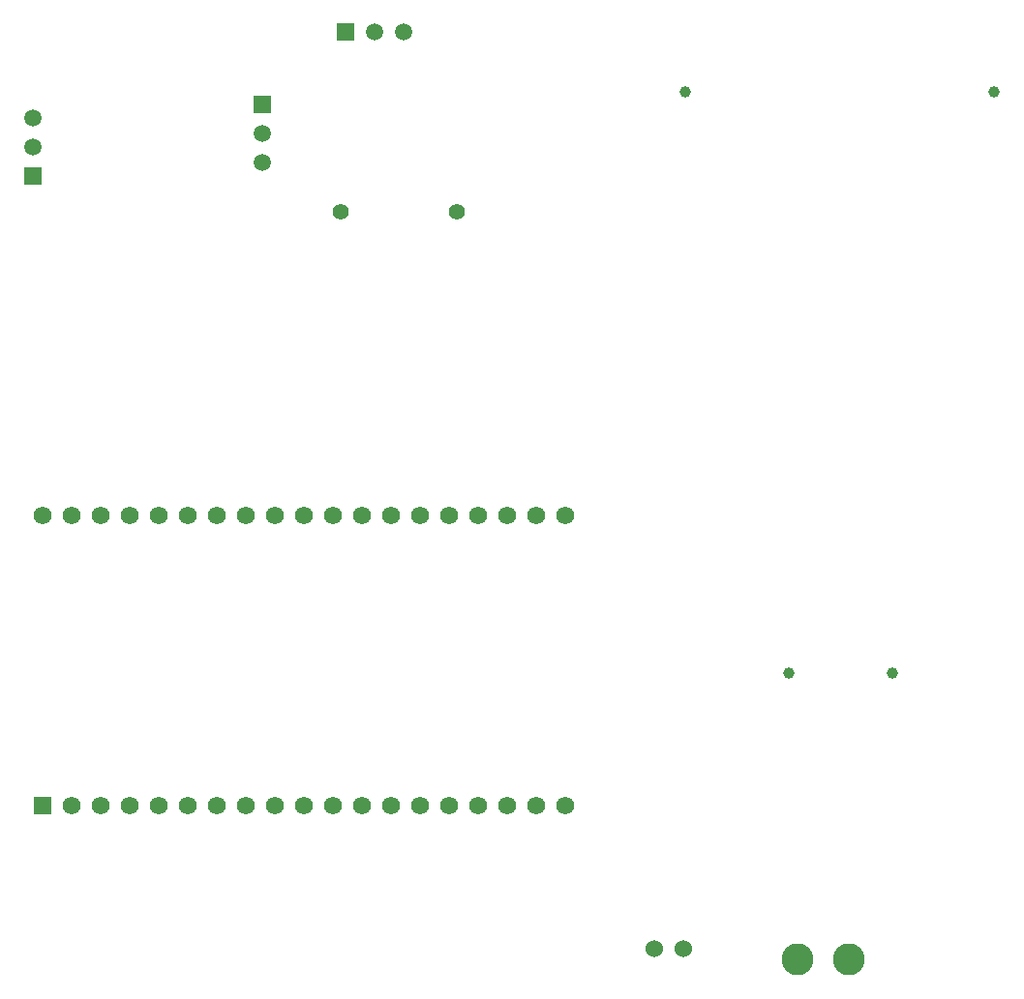
<source format=gbr>
%TF.GenerationSoftware,Altium Limited,Altium Designer,21.5.1 (32)*%
G04 Layer_Physical_Order=2*
G04 Layer_Color=16711680*
%FSLAX45Y45*%
%MOMM*%
%TF.SameCoordinates,A9F9FA6B-86CD-4015-A2B0-A9C131C7035F*%
%TF.FilePolarity,Positive*%
%TF.FileFunction,Copper,L2,Bot,Signal*%
%TF.Part,Single*%
G01*
G75*
%TA.AperFunction,ComponentPad*%
%ADD13C,1.00000*%
%ADD14C,2.80000*%
%ADD15C,1.52400*%
%ADD16R,1.50000X1.50000*%
%ADD17C,1.50000*%
%ADD18R,1.50000X1.50000*%
%ADD19R,1.56000X1.56000*%
%ADD20C,1.56000*%
%ADD21C,1.40000*%
D13*
X14994780Y5895380D02*
D03*
X14094780D02*
D03*
X15887700Y10985500D02*
D03*
X13187700D02*
D03*
D14*
X14166901Y3390900D02*
D03*
X14617700D02*
D03*
D15*
X13169901Y3479800D02*
D03*
X12915900D02*
D03*
D16*
X7480300Y10248900D02*
D03*
X9486900Y10871200D02*
D03*
D17*
X7480300Y10502900D02*
D03*
Y10756900D02*
D03*
X10464800Y11506200D02*
D03*
X10718800D02*
D03*
X9486900Y10617200D02*
D03*
Y10363200D02*
D03*
D18*
X10210800Y11506200D02*
D03*
D19*
X7561700Y4737100D02*
D03*
D20*
X7815700D02*
D03*
X12133700D02*
D03*
X8069700D02*
D03*
X8323700D02*
D03*
X8577700D02*
D03*
X8831700D02*
D03*
X9085700D02*
D03*
X9339700D02*
D03*
X9593700D02*
D03*
X9847700D02*
D03*
X10101700D02*
D03*
X10355700D02*
D03*
X10609700D02*
D03*
X10863700D02*
D03*
X11117700D02*
D03*
X11371700D02*
D03*
X11625700D02*
D03*
X11879700D02*
D03*
X7561700Y7277100D02*
D03*
X7815700D02*
D03*
X8069700D02*
D03*
X8323700D02*
D03*
X8577700D02*
D03*
X8831700D02*
D03*
X9085700D02*
D03*
X9339700D02*
D03*
X9593700D02*
D03*
X9847700D02*
D03*
X10101700D02*
D03*
X10355700D02*
D03*
X10609700D02*
D03*
X10863700D02*
D03*
X11117700D02*
D03*
X11371700D02*
D03*
X11625700D02*
D03*
X11879700D02*
D03*
X12133700D02*
D03*
D21*
X10172700Y9931400D02*
D03*
X11188700D02*
D03*
%TF.MD5,8c2ac41deb4f6e64de6a042e7fa407dc*%
M02*

</source>
